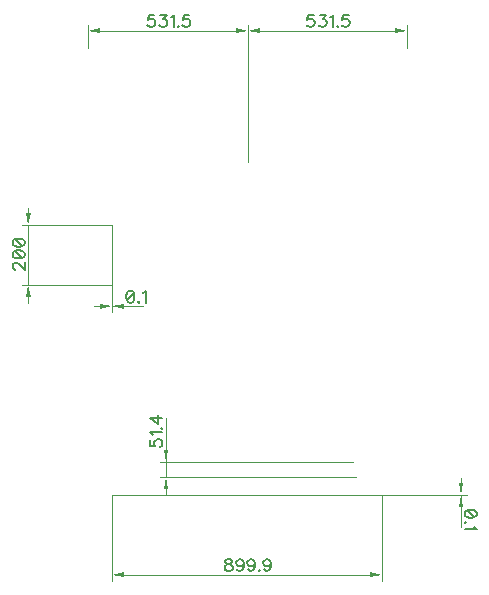
<source format=gbr>
G04 DipTrace 3.0.0.1*
G04 TopDimension.gbr*
%MOIN*%
G04 #@! TF.FileFunction,Drawing,Top*
G04 #@! TF.Part,Single*
%ADD13C,0.0015*%
%ADD86C,0.006176*%
%FSLAX26Y26*%
G04*
G70*
G90*
G75*
G01*
G04 TopDimension*
%LPD*%
X472179Y832677D2*
D13*
Y548301D1*
X1372047Y832546D2*
Y548301D1*
X922113Y567986D2*
X511549D1*
G36*
X472179D2*
X511549Y575860D1*
Y560112D1*
X472179Y567986D1*
G37*
X922113D2*
D13*
X1332677D1*
G36*
X1372047D2*
X1332677Y560112D1*
Y575860D1*
X1372047Y567986D1*
G37*
X472179Y1532677D2*
D13*
Y1442920D1*
X472047Y1732677D2*
Y1442920D1*
Y1462605D2*
X472179D1*
X412992D2*
X432677D1*
G36*
X472047D2*
X432677Y1454731D1*
Y1470479D1*
X472047Y1462605D1*
G37*
X531234D2*
D13*
X511549D1*
G36*
X472179D2*
X511549Y1470479D1*
Y1454731D1*
X472179Y1462605D1*
G37*
X576488D2*
D13*
X472179D1*
Y832677D2*
X1655315D1*
X1372047Y832546D2*
X1655315D1*
X1635630Y832677D2*
Y832546D1*
Y891732D2*
Y872047D1*
G36*
Y832677D2*
X1627756Y872047D1*
X1643504D1*
X1635630Y832677D1*
G37*
Y773491D2*
D13*
Y793176D1*
G36*
Y832546D2*
X1643504Y793176D1*
X1627756D1*
X1635630Y832546D1*
G37*
Y728237D2*
D13*
Y832677D1*
X472047Y1732677D2*
X174016D1*
X472179Y1532677D2*
X174016D1*
X193701Y1732677D2*
Y1532677D1*
Y1791732D2*
Y1772047D1*
G36*
Y1732677D2*
X185827Y1772047D1*
X201575D1*
X193701Y1732677D1*
G37*
Y1473622D2*
D13*
Y1493307D1*
G36*
Y1532677D2*
X201575Y1493307D1*
X185827D1*
X193701Y1532677D1*
G37*
X925166Y1944882D2*
D13*
Y2401575D1*
X1456693Y2322835D2*
Y2401575D1*
X1190929Y2381890D2*
X964536D1*
G36*
X925166D2*
X964536Y2389764D1*
Y2374016D1*
X925166Y2381890D1*
G37*
X1190929D2*
D13*
X1417323D1*
G36*
X1456693D2*
X1417323Y2374016D1*
Y2389764D1*
X1456693Y2381890D1*
G37*
X925166Y1944882D2*
D13*
Y2401575D1*
X393701Y2322835D2*
Y2401575D1*
X659433Y2381890D2*
X885795D1*
G36*
X925166D2*
X885795Y2374016D1*
Y2389764D1*
X925166Y2381890D1*
G37*
X659433D2*
D13*
X433071D1*
G36*
X393701D2*
X433071Y2389764D1*
Y2374016D1*
X393701Y2381890D1*
G37*
X1275166Y944882D2*
D13*
X633202D1*
X1285433Y893439D2*
X633202D1*
X652887Y944882D2*
Y893439D1*
Y1003937D2*
Y984252D1*
G36*
Y944882D2*
X645013Y984252D1*
X660761D1*
X652887Y944882D1*
G37*
Y834383D2*
D13*
Y854068D1*
G36*
Y893439D2*
X660761Y854068D1*
X645013D1*
X652887Y893439D1*
G37*
Y1090239D2*
D13*
Y944882D1*
X857410Y620344D2*
D86*
X851706Y618443D1*
X849761Y614641D1*
Y610794D1*
X851706Y606991D1*
X855509Y605046D1*
X863158Y603144D1*
X868906Y601243D1*
X872709Y597396D1*
X874610Y593594D1*
Y587846D1*
X872709Y584043D1*
X870807Y582098D1*
X865059Y580197D1*
X857410D1*
X851706Y582098D1*
X849761Y584043D1*
X847859Y587846D1*
Y593594D1*
X849761Y597396D1*
X853607Y601243D1*
X859311Y603144D1*
X866961Y605046D1*
X870807Y606991D1*
X872709Y610794D1*
Y614641D1*
X870807Y618443D1*
X865059Y620344D1*
X857410D1*
X911855Y606991D2*
X909909Y601243D1*
X906107Y597396D1*
X900359Y595495D1*
X898457D1*
X892709Y597396D1*
X888907Y601243D1*
X886961Y606991D1*
Y608892D1*
X888907Y614641D1*
X892709Y618443D1*
X898457Y620344D1*
X900359D1*
X906107Y618443D1*
X909909Y614641D1*
X911855Y606991D1*
Y597396D1*
X909909Y587846D1*
X906107Y582098D1*
X900359Y580197D1*
X896556D1*
X890808Y582098D1*
X888907Y585945D1*
X949099Y606991D2*
X947154Y601243D1*
X943351Y597396D1*
X937603Y595495D1*
X935702D1*
X929954Y597396D1*
X926152Y601243D1*
X924206Y606991D1*
Y608892D1*
X926152Y614641D1*
X929954Y618443D1*
X935702Y620344D1*
X937603D1*
X943351Y618443D1*
X947154Y614641D1*
X949099Y606991D1*
Y597396D1*
X947154Y587846D1*
X943351Y582098D1*
X937603Y580197D1*
X933801D1*
X928053Y582098D1*
X926152Y585945D1*
X963352Y584043D2*
X961451Y582098D1*
X963352Y580197D1*
X965298Y582098D1*
X963352Y584043D1*
X1002542Y606991D2*
X1000597Y601243D1*
X996794Y597396D1*
X991046Y595495D1*
X989145D1*
X983397Y597396D1*
X979595Y601243D1*
X977649Y606991D1*
Y608892D1*
X979595Y614641D1*
X983397Y618443D1*
X989145Y620344D1*
X991046D1*
X996794Y618443D1*
X1000597Y614641D1*
X1002542Y606991D1*
Y597396D1*
X1000597Y587846D1*
X996794Y582098D1*
X991046Y580197D1*
X987244D1*
X981496Y582098D1*
X979595Y585945D1*
X532308Y1514964D2*
X526560Y1513062D1*
X522714Y1507314D1*
X520812Y1497764D1*
Y1492016D1*
X522714Y1482465D1*
X526560Y1476717D1*
X532308Y1474816D1*
X536111D1*
X541859Y1476717D1*
X545661Y1482465D1*
X547607Y1492016D1*
Y1497764D1*
X545661Y1507314D1*
X541859Y1513062D1*
X536111Y1514964D1*
X532308D1*
X545661Y1507314D2*
X522714Y1482465D1*
X561860Y1478663D2*
X559958Y1476717D1*
X561860Y1474816D1*
X563805Y1476717D1*
X561860Y1478663D1*
X576157Y1507314D2*
X580003Y1509260D1*
X585751Y1514964D1*
Y1474816D1*
X1687989Y772416D2*
X1686087Y778164D1*
X1680339Y782011D1*
X1670789Y783913D1*
X1665041D1*
X1655490Y782011D1*
X1649742Y778164D1*
X1647841Y772416D1*
Y768614D1*
X1649742Y762866D1*
X1655490Y759063D1*
X1665041Y757118D1*
X1670789D1*
X1680339Y759063D1*
X1686087Y762866D1*
X1687989Y768614D1*
Y772416D1*
X1680339Y759063D2*
X1655490Y782011D1*
X1651688Y742865D2*
X1649742Y744766D1*
X1647841Y742865D1*
X1649742Y740920D1*
X1651688Y742865D1*
X1680339Y728568D2*
X1682285Y724722D1*
X1687989Y718974D1*
X1647841D1*
X150893Y1585167D2*
X148992D1*
X145145Y1587069D1*
X143244Y1588970D1*
X141342Y1592817D1*
Y1600466D1*
X143244Y1604268D1*
X145145Y1606170D1*
X148992Y1608115D1*
X152794D1*
X156641Y1606170D1*
X162345Y1602367D1*
X181490Y1583222D1*
Y1610016D1*
X141342Y1633864D2*
X143244Y1628116D1*
X148992Y1624269D1*
X158542Y1622368D1*
X164290D1*
X173841Y1624269D1*
X179589Y1628116D1*
X181490Y1633864D1*
Y1637666D1*
X179589Y1643415D1*
X173841Y1647217D1*
X164290Y1649163D1*
X158542D1*
X148992Y1647217D1*
X143244Y1643415D1*
X141342Y1637666D1*
Y1633864D1*
X148992Y1647217D2*
X173841Y1624269D1*
X141342Y1673010D2*
X143244Y1667262D1*
X148992Y1663415D1*
X158542Y1661514D1*
X164290D1*
X173841Y1663415D1*
X179589Y1667262D1*
X181490Y1673010D1*
Y1676813D1*
X179589Y1682561D1*
X173841Y1686363D1*
X164290Y1688309D1*
X158542D1*
X148992Y1686363D1*
X143244Y1682561D1*
X141342Y1676813D1*
Y1673010D1*
X148992Y1686363D2*
X173841Y1663415D1*
X1145350Y2434249D2*
X1126248D1*
X1124347Y2417049D1*
X1126248Y2418950D1*
X1131996Y2420895D1*
X1137700D1*
X1143448Y2418950D1*
X1147295Y2415147D1*
X1149196Y2409399D1*
Y2405597D1*
X1147295Y2399849D1*
X1143448Y2396002D1*
X1137700Y2394101D1*
X1131996D1*
X1126248Y2396002D1*
X1124347Y2397947D1*
X1122402Y2401750D1*
X1165394Y2434249D2*
X1186397D1*
X1174945Y2418950D1*
X1180693D1*
X1184496Y2417049D1*
X1186397Y2415147D1*
X1188342Y2409399D1*
Y2405597D1*
X1186397Y2399849D1*
X1182594Y2396002D1*
X1176846Y2394101D1*
X1171098D1*
X1165394Y2396002D1*
X1163493Y2397947D1*
X1161548Y2401750D1*
X1200694Y2426599D2*
X1204541Y2428545D1*
X1210289Y2434249D1*
Y2394101D1*
X1224541Y2397947D2*
X1222640Y2396002D1*
X1224541Y2394101D1*
X1226487Y2396002D1*
X1224541Y2397947D1*
X1261786Y2434249D2*
X1242685D1*
X1240784Y2417049D1*
X1242685Y2418950D1*
X1248433Y2420895D1*
X1254137D1*
X1259885Y2418950D1*
X1263731Y2415147D1*
X1265633Y2409399D1*
Y2405597D1*
X1263731Y2399849D1*
X1259885Y2396002D1*
X1254137Y2394101D1*
X1248433D1*
X1242685Y2396002D1*
X1240784Y2397947D1*
X1238838Y2401750D1*
X613853Y2434249D2*
X594752D1*
X592851Y2417049D1*
X594752Y2418950D1*
X600500Y2420895D1*
X606204D1*
X611952Y2418950D1*
X615799Y2415147D1*
X617700Y2409399D1*
Y2405597D1*
X615799Y2399849D1*
X611952Y2396002D1*
X606204Y2394101D1*
X600500D1*
X594752Y2396002D1*
X592851Y2397947D1*
X590906Y2401750D1*
X633898Y2434249D2*
X654901D1*
X643449Y2418950D1*
X649197D1*
X653000Y2417049D1*
X654901Y2415147D1*
X656846Y2409399D1*
Y2405597D1*
X654901Y2399849D1*
X651098Y2396002D1*
X645350Y2394101D1*
X639602D1*
X633898Y2396002D1*
X631997Y2397947D1*
X630052Y2401750D1*
X669198Y2426599D2*
X673044Y2428545D1*
X678792Y2434249D1*
Y2394101D1*
X693045Y2397947D2*
X691144Y2396002D1*
X693045Y2394101D1*
X694991Y2396002D1*
X693045Y2397947D1*
X730290Y2434249D2*
X711189D1*
X709288Y2417049D1*
X711189Y2418950D1*
X716937Y2420895D1*
X722641D1*
X728389Y2418950D1*
X732235Y2415147D1*
X734137Y2409399D1*
Y2405597D1*
X732235Y2399849D1*
X728389Y2396002D1*
X722641Y2394101D1*
X716937D1*
X711189Y2396002D1*
X709288Y2397947D1*
X707342Y2401750D1*
X600529Y1016464D2*
Y997362D1*
X617729Y995461D1*
X615827Y997362D1*
X613882Y1003111D1*
Y1008814D1*
X615827Y1014562D1*
X619630Y1018409D1*
X625378Y1020310D1*
X629181D1*
X634929Y1018409D1*
X638775Y1014562D1*
X640677Y1008814D1*
Y1003111D1*
X638775Y997362D1*
X636830Y995461D1*
X633027Y993516D1*
X608178Y1032662D2*
X606233Y1036509D1*
X600529Y1042257D1*
X640677D1*
X636830Y1056509D2*
X638775Y1054608D1*
X640677Y1056509D1*
X638775Y1058455D1*
X636830Y1056509D1*
X640677Y1089952D2*
X600529D1*
X627279Y1070806D1*
Y1099502D1*
M02*

</source>
